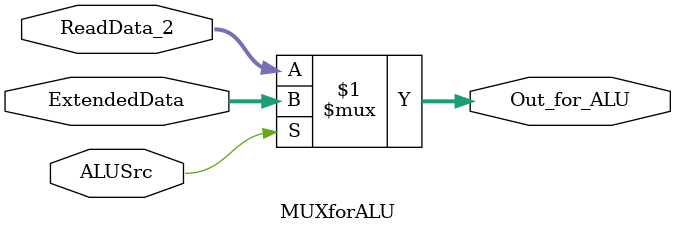
<source format=v>
`timescale 1ns / 1ps
module MUXforALU(ALUSrc,ReadData_2,ExtendedData,Out_for_ALU);
input ALUSrc;
input [31:0] ReadData_2;
input [31:0] ExtendedData;
output [31:0] Out_for_ALU;
assign Out_for_ALU = ALUSrc?ExtendedData:ReadData_2;
//    always@(ALUSrc,ReadData_2,ExtendedData)begin
//        case(ALUSrc)
//            1'b0 : Out_for_ALU <= ReadData_2;
//            1'b1 : Out_for_ALU <= ExtendedData;
//        endcase
//    end
endmodule

</source>
